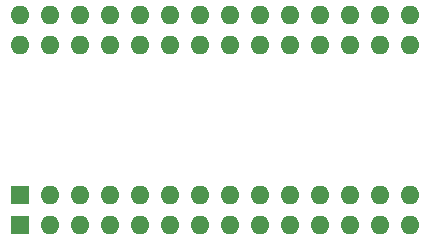
<source format=gbl>
%TF.GenerationSoftware,KiCad,Pcbnew,(5.1.9)-1*%
%TF.CreationDate,2021-06-07T23:04:27-04:00*%
%TF.ProjectId,cbm-pla,63626d2d-706c-4612-9e6b-696361645f70,rev?*%
%TF.SameCoordinates,Original*%
%TF.FileFunction,Copper,L2,Bot*%
%TF.FilePolarity,Positive*%
%FSLAX46Y46*%
G04 Gerber Fmt 4.6, Leading zero omitted, Abs format (unit mm)*
G04 Created by KiCad (PCBNEW (5.1.9)-1) date 2021-06-07 23:04:27*
%MOMM*%
%LPD*%
G01*
G04 APERTURE LIST*
%TA.AperFunction,ComponentPad*%
%ADD10O,1.600000X1.600000*%
%TD*%
%TA.AperFunction,ComponentPad*%
%ADD11R,1.600000X1.600000*%
%TD*%
G04 APERTURE END LIST*
D10*
%TO.P,J2,28*%
%TO.N,P28*%
X133896100Y-71577200D03*
%TO.P,J2,14*%
%TO.N,P14*%
X166916100Y-86817200D03*
%TO.P,J2,27*%
%TO.N,P27*%
X136436100Y-71577200D03*
%TO.P,J2,13*%
%TO.N,P13*%
X164376100Y-86817200D03*
%TO.P,J2,26*%
%TO.N,P26*%
X138976100Y-71577200D03*
%TO.P,J2,12*%
%TO.N,P12*%
X161836100Y-86817200D03*
%TO.P,J2,25*%
%TO.N,P25*%
X141516100Y-71577200D03*
%TO.P,J2,11*%
%TO.N,P11*%
X159296100Y-86817200D03*
%TO.P,J2,24*%
%TO.N,P24*%
X144056100Y-71577200D03*
%TO.P,J2,10*%
%TO.N,Net-(J1-Pad20)*%
X156756100Y-86817200D03*
%TO.P,J2,23*%
%TO.N,P23*%
X146596100Y-71577200D03*
%TO.P,J2,9*%
%TO.N,P9*%
X154216100Y-86817200D03*
%TO.P,J2,22*%
%TO.N,Net-(J1-Pad19)*%
X149136100Y-71577200D03*
%TO.P,J2,8*%
%TO.N,P8*%
X151676100Y-86817200D03*
%TO.P,J2,21*%
%TO.N,P21*%
X151676100Y-71577200D03*
%TO.P,J2,7*%
%TO.N,P7*%
X149136100Y-86817200D03*
%TO.P,J2,20*%
%TO.N,Net-(J1-Pad19)*%
X154216100Y-71577200D03*
%TO.P,J2,6*%
%TO.N,P6*%
X146596100Y-86817200D03*
%TO.P,J2,19*%
%TO.N,Net-(J1-Pad10)*%
X156756100Y-71577200D03*
%TO.P,J2,5*%
%TO.N,P5*%
X144056100Y-86817200D03*
%TO.P,J2,18*%
%TO.N,P18*%
X159296100Y-71577200D03*
%TO.P,J2,4*%
%TO.N,P4*%
X141516100Y-86817200D03*
%TO.P,J2,17*%
%TO.N,P17*%
X161836100Y-71577200D03*
%TO.P,J2,3*%
%TO.N,P3*%
X138976100Y-86817200D03*
%TO.P,J2,16*%
%TO.N,P16*%
X164376100Y-71577200D03*
%TO.P,J2,2*%
%TO.N,P2*%
X136436100Y-86817200D03*
%TO.P,J2,15*%
%TO.N,P15*%
X166916100Y-71577200D03*
D11*
%TO.P,J2,1*%
%TO.N,Net-(J1-Pad22)*%
X133896100Y-86817200D03*
%TD*%
D10*
%TO.P,J1,28*%
%TO.N,P28*%
X133896100Y-74066400D03*
%TO.P,J1,14*%
%TO.N,P14*%
X166916100Y-89306400D03*
%TO.P,J1,27*%
%TO.N,P27*%
X136436100Y-74066400D03*
%TO.P,J1,13*%
%TO.N,P13*%
X164376100Y-89306400D03*
%TO.P,J1,26*%
%TO.N,P26*%
X138976100Y-74066400D03*
%TO.P,J1,12*%
%TO.N,P12*%
X161836100Y-89306400D03*
%TO.P,J1,25*%
%TO.N,P25*%
X141516100Y-74066400D03*
%TO.P,J1,11*%
%TO.N,P11*%
X159296100Y-89306400D03*
%TO.P,J1,24*%
%TO.N,P24*%
X144056100Y-74066400D03*
%TO.P,J1,10*%
%TO.N,Net-(J1-Pad10)*%
X156756100Y-89306400D03*
%TO.P,J1,23*%
%TO.N,P23*%
X146596100Y-74066400D03*
%TO.P,J1,9*%
%TO.N,P9*%
X154216100Y-89306400D03*
%TO.P,J1,22*%
%TO.N,Net-(J1-Pad22)*%
X149136100Y-74066400D03*
%TO.P,J1,8*%
%TO.N,P8*%
X151676100Y-89306400D03*
%TO.P,J1,21*%
%TO.N,P21*%
X151676100Y-74066400D03*
%TO.P,J1,7*%
%TO.N,P7*%
X149136100Y-89306400D03*
%TO.P,J1,20*%
%TO.N,Net-(J1-Pad20)*%
X154216100Y-74066400D03*
%TO.P,J1,6*%
%TO.N,P6*%
X146596100Y-89306400D03*
%TO.P,J1,19*%
%TO.N,Net-(J1-Pad19)*%
X156756100Y-74066400D03*
%TO.P,J1,5*%
%TO.N,P5*%
X144056100Y-89306400D03*
%TO.P,J1,18*%
%TO.N,P18*%
X159296100Y-74066400D03*
%TO.P,J1,4*%
%TO.N,P4*%
X141516100Y-89306400D03*
%TO.P,J1,17*%
%TO.N,P17*%
X161836100Y-74066400D03*
%TO.P,J1,3*%
%TO.N,P3*%
X138976100Y-89306400D03*
%TO.P,J1,16*%
%TO.N,P16*%
X164376100Y-74066400D03*
%TO.P,J1,2*%
%TO.N,P2*%
X136436100Y-89306400D03*
%TO.P,J1,15*%
%TO.N,P15*%
X166916100Y-74066400D03*
D11*
%TO.P,J1,1*%
%TO.N,N/C*%
X133896100Y-89306400D03*
%TD*%
M02*

</source>
